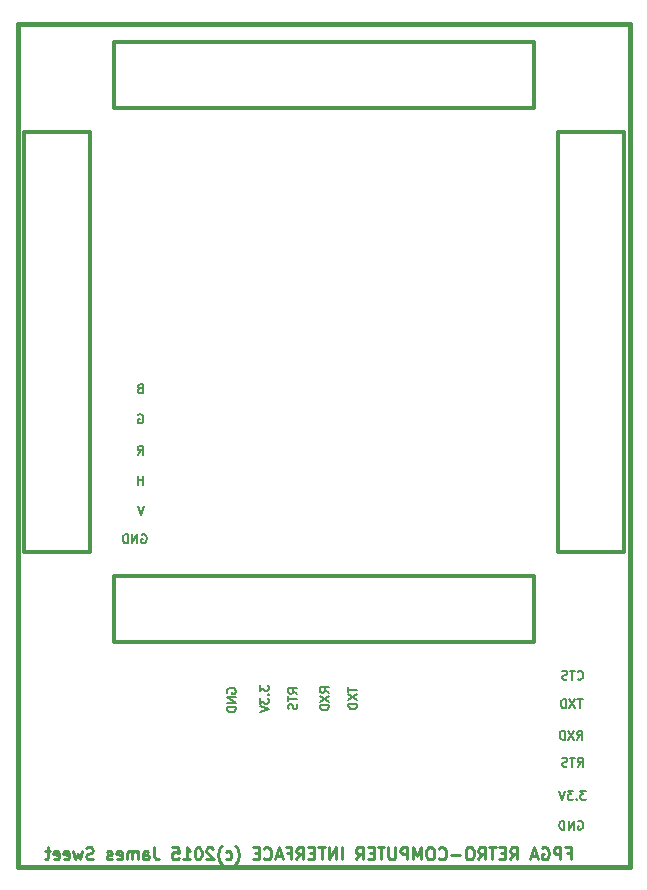
<source format=gbo>
G04 (created by PCBNEW (2013-07-07 BZR 4022)-stable) date 11/10/2018 5:54:12 PM*
%MOIN*%
G04 Gerber Fmt 3.4, Leading zero omitted, Abs format*
%FSLAX34Y34*%
G01*
G70*
G90*
G04 APERTURE LIST*
%ADD10C,0.00590551*%
%ADD11C,0.0075*%
%ADD12C,0.01*%
%ADD13C,0.015*%
%ADD14C,0.012*%
G04 APERTURE END LIST*
G54D10*
G54D11*
X56121Y-45521D02*
X56121Y-45692D01*
X56421Y-45607D02*
X56121Y-45607D01*
X56121Y-45764D02*
X56421Y-45964D01*
X56121Y-45964D02*
X56421Y-45764D01*
X56421Y-46078D02*
X56121Y-46078D01*
X56121Y-46150D01*
X56135Y-46192D01*
X56164Y-46221D01*
X56192Y-46235D01*
X56250Y-46250D01*
X56292Y-46250D01*
X56350Y-46235D01*
X56378Y-46221D01*
X56407Y-46192D01*
X56421Y-46150D01*
X56421Y-46078D01*
X55471Y-45700D02*
X55328Y-45600D01*
X55471Y-45528D02*
X55171Y-45528D01*
X55171Y-45642D01*
X55185Y-45671D01*
X55200Y-45685D01*
X55228Y-45700D01*
X55271Y-45700D01*
X55300Y-45685D01*
X55314Y-45671D01*
X55328Y-45642D01*
X55328Y-45528D01*
X55171Y-45800D02*
X55471Y-46000D01*
X55171Y-46000D02*
X55471Y-45800D01*
X55471Y-46114D02*
X55171Y-46114D01*
X55171Y-46185D01*
X55185Y-46228D01*
X55214Y-46257D01*
X55242Y-46271D01*
X55300Y-46285D01*
X55342Y-46285D01*
X55400Y-46271D01*
X55428Y-46257D01*
X55457Y-46228D01*
X55471Y-46185D01*
X55471Y-46114D01*
X54421Y-45735D02*
X54278Y-45635D01*
X54421Y-45564D02*
X54121Y-45564D01*
X54121Y-45678D01*
X54135Y-45707D01*
X54150Y-45721D01*
X54178Y-45735D01*
X54221Y-45735D01*
X54250Y-45721D01*
X54264Y-45707D01*
X54278Y-45678D01*
X54278Y-45564D01*
X54121Y-45821D02*
X54121Y-45992D01*
X54421Y-45907D02*
X54121Y-45907D01*
X54407Y-46078D02*
X54421Y-46121D01*
X54421Y-46192D01*
X54407Y-46221D01*
X54392Y-46235D01*
X54364Y-46250D01*
X54335Y-46250D01*
X54307Y-46235D01*
X54292Y-46221D01*
X54278Y-46192D01*
X54264Y-46135D01*
X54250Y-46107D01*
X54235Y-46092D01*
X54207Y-46078D01*
X54178Y-46078D01*
X54150Y-46092D01*
X54135Y-46107D01*
X54121Y-46135D01*
X54121Y-46207D01*
X54135Y-46250D01*
X53171Y-45457D02*
X53171Y-45642D01*
X53285Y-45542D01*
X53285Y-45585D01*
X53300Y-45614D01*
X53314Y-45628D01*
X53342Y-45642D01*
X53414Y-45642D01*
X53442Y-45628D01*
X53457Y-45614D01*
X53471Y-45585D01*
X53471Y-45500D01*
X53457Y-45471D01*
X53442Y-45457D01*
X53442Y-45771D02*
X53457Y-45785D01*
X53471Y-45771D01*
X53457Y-45757D01*
X53442Y-45771D01*
X53471Y-45771D01*
X53171Y-45885D02*
X53171Y-46071D01*
X53285Y-45971D01*
X53285Y-46014D01*
X53300Y-46042D01*
X53314Y-46057D01*
X53342Y-46071D01*
X53414Y-46071D01*
X53442Y-46057D01*
X53457Y-46042D01*
X53471Y-46014D01*
X53471Y-45928D01*
X53457Y-45900D01*
X53442Y-45885D01*
X53171Y-46157D02*
X53471Y-46257D01*
X53171Y-46357D01*
X52085Y-45721D02*
X52071Y-45692D01*
X52071Y-45650D01*
X52085Y-45607D01*
X52114Y-45578D01*
X52142Y-45564D01*
X52200Y-45550D01*
X52242Y-45550D01*
X52300Y-45564D01*
X52328Y-45578D01*
X52357Y-45607D01*
X52371Y-45650D01*
X52371Y-45678D01*
X52357Y-45721D01*
X52342Y-45735D01*
X52242Y-45735D01*
X52242Y-45678D01*
X52371Y-45864D02*
X52071Y-45864D01*
X52371Y-46035D01*
X52071Y-46035D01*
X52371Y-46178D02*
X52071Y-46178D01*
X52071Y-46250D01*
X52085Y-46292D01*
X52114Y-46321D01*
X52142Y-46335D01*
X52200Y-46350D01*
X52242Y-46350D01*
X52300Y-46335D01*
X52328Y-46321D01*
X52357Y-46292D01*
X52371Y-46250D01*
X52371Y-46178D01*
X63764Y-45242D02*
X63778Y-45257D01*
X63821Y-45271D01*
X63849Y-45271D01*
X63892Y-45257D01*
X63921Y-45228D01*
X63935Y-45200D01*
X63949Y-45142D01*
X63949Y-45100D01*
X63935Y-45042D01*
X63921Y-45014D01*
X63892Y-44985D01*
X63849Y-44971D01*
X63821Y-44971D01*
X63778Y-44985D01*
X63764Y-45000D01*
X63678Y-44971D02*
X63507Y-44971D01*
X63592Y-45271D02*
X63592Y-44971D01*
X63421Y-45257D02*
X63378Y-45271D01*
X63307Y-45271D01*
X63278Y-45257D01*
X63264Y-45242D01*
X63250Y-45214D01*
X63250Y-45185D01*
X63264Y-45157D01*
X63278Y-45142D01*
X63307Y-45128D01*
X63364Y-45114D01*
X63392Y-45100D01*
X63407Y-45085D01*
X63421Y-45057D01*
X63421Y-45028D01*
X63407Y-45000D01*
X63392Y-44985D01*
X63364Y-44971D01*
X63292Y-44971D01*
X63250Y-44985D01*
X63928Y-45921D02*
X63757Y-45921D01*
X63842Y-46221D02*
X63842Y-45921D01*
X63685Y-45921D02*
X63485Y-46221D01*
X63485Y-45921D02*
X63685Y-46221D01*
X63371Y-46221D02*
X63371Y-45921D01*
X63300Y-45921D01*
X63257Y-45935D01*
X63228Y-45964D01*
X63214Y-45992D01*
X63200Y-46050D01*
X63200Y-46092D01*
X63214Y-46150D01*
X63228Y-46178D01*
X63257Y-46207D01*
X63300Y-46221D01*
X63371Y-46221D01*
X63750Y-47271D02*
X63850Y-47128D01*
X63921Y-47271D02*
X63921Y-46971D01*
X63807Y-46971D01*
X63778Y-46985D01*
X63764Y-47000D01*
X63750Y-47028D01*
X63750Y-47071D01*
X63764Y-47100D01*
X63778Y-47114D01*
X63807Y-47128D01*
X63921Y-47128D01*
X63650Y-46971D02*
X63450Y-47271D01*
X63450Y-46971D02*
X63650Y-47271D01*
X63335Y-47271D02*
X63335Y-46971D01*
X63264Y-46971D01*
X63221Y-46985D01*
X63192Y-47014D01*
X63178Y-47042D01*
X63164Y-47100D01*
X63164Y-47142D01*
X63178Y-47200D01*
X63192Y-47228D01*
X63221Y-47257D01*
X63264Y-47271D01*
X63335Y-47271D01*
X63764Y-48171D02*
X63864Y-48028D01*
X63935Y-48171D02*
X63935Y-47871D01*
X63821Y-47871D01*
X63792Y-47885D01*
X63778Y-47900D01*
X63764Y-47928D01*
X63764Y-47971D01*
X63778Y-48000D01*
X63792Y-48014D01*
X63821Y-48028D01*
X63935Y-48028D01*
X63678Y-47871D02*
X63507Y-47871D01*
X63592Y-48171D02*
X63592Y-47871D01*
X63421Y-48157D02*
X63378Y-48171D01*
X63307Y-48171D01*
X63278Y-48157D01*
X63264Y-48142D01*
X63250Y-48114D01*
X63250Y-48085D01*
X63264Y-48057D01*
X63278Y-48042D01*
X63307Y-48028D01*
X63364Y-48014D01*
X63392Y-48000D01*
X63407Y-47985D01*
X63421Y-47957D01*
X63421Y-47928D01*
X63407Y-47900D01*
X63392Y-47885D01*
X63364Y-47871D01*
X63292Y-47871D01*
X63250Y-47885D01*
X64042Y-48971D02*
X63857Y-48971D01*
X63957Y-49085D01*
X63914Y-49085D01*
X63885Y-49100D01*
X63871Y-49114D01*
X63857Y-49142D01*
X63857Y-49214D01*
X63871Y-49242D01*
X63885Y-49257D01*
X63914Y-49271D01*
X64000Y-49271D01*
X64028Y-49257D01*
X64042Y-49242D01*
X63728Y-49242D02*
X63714Y-49257D01*
X63728Y-49271D01*
X63742Y-49257D01*
X63728Y-49242D01*
X63728Y-49271D01*
X63614Y-48971D02*
X63428Y-48971D01*
X63528Y-49085D01*
X63485Y-49085D01*
X63457Y-49100D01*
X63442Y-49114D01*
X63428Y-49142D01*
X63428Y-49214D01*
X63442Y-49242D01*
X63457Y-49257D01*
X63485Y-49271D01*
X63571Y-49271D01*
X63600Y-49257D01*
X63614Y-49242D01*
X63342Y-48971D02*
X63242Y-49271D01*
X63142Y-48971D01*
X63778Y-49985D02*
X63807Y-49971D01*
X63850Y-49971D01*
X63892Y-49985D01*
X63921Y-50014D01*
X63935Y-50042D01*
X63950Y-50100D01*
X63950Y-50142D01*
X63935Y-50200D01*
X63921Y-50228D01*
X63892Y-50257D01*
X63850Y-50271D01*
X63821Y-50271D01*
X63778Y-50257D01*
X63764Y-50242D01*
X63764Y-50142D01*
X63821Y-50142D01*
X63635Y-50271D02*
X63635Y-49971D01*
X63464Y-50271D01*
X63464Y-49971D01*
X63321Y-50271D02*
X63321Y-49971D01*
X63250Y-49971D01*
X63207Y-49985D01*
X63178Y-50014D01*
X63164Y-50042D01*
X63150Y-50100D01*
X63150Y-50142D01*
X63164Y-50200D01*
X63178Y-50228D01*
X63207Y-50257D01*
X63250Y-50271D01*
X63321Y-50271D01*
G54D12*
X63399Y-51052D02*
X63533Y-51052D01*
X63533Y-51261D02*
X63533Y-50861D01*
X63342Y-50861D01*
X63190Y-51261D02*
X63190Y-50861D01*
X63038Y-50861D01*
X62999Y-50880D01*
X62980Y-50900D01*
X62961Y-50938D01*
X62961Y-50995D01*
X62980Y-51033D01*
X62999Y-51052D01*
X63038Y-51071D01*
X63190Y-51071D01*
X62580Y-50880D02*
X62619Y-50861D01*
X62676Y-50861D01*
X62733Y-50880D01*
X62771Y-50919D01*
X62790Y-50957D01*
X62809Y-51033D01*
X62809Y-51090D01*
X62790Y-51166D01*
X62771Y-51204D01*
X62733Y-51242D01*
X62676Y-51261D01*
X62638Y-51261D01*
X62580Y-51242D01*
X62561Y-51223D01*
X62561Y-51090D01*
X62638Y-51090D01*
X62409Y-51147D02*
X62219Y-51147D01*
X62447Y-51261D02*
X62314Y-50861D01*
X62180Y-51261D01*
X61514Y-51261D02*
X61647Y-51071D01*
X61742Y-51261D02*
X61742Y-50861D01*
X61590Y-50861D01*
X61552Y-50880D01*
X61533Y-50900D01*
X61514Y-50938D01*
X61514Y-50995D01*
X61533Y-51033D01*
X61552Y-51052D01*
X61590Y-51071D01*
X61742Y-51071D01*
X61342Y-51052D02*
X61209Y-51052D01*
X61152Y-51261D02*
X61342Y-51261D01*
X61342Y-50861D01*
X61152Y-50861D01*
X61038Y-50861D02*
X60809Y-50861D01*
X60923Y-51261D02*
X60923Y-50861D01*
X60447Y-51261D02*
X60580Y-51071D01*
X60676Y-51261D02*
X60676Y-50861D01*
X60523Y-50861D01*
X60485Y-50880D01*
X60466Y-50900D01*
X60447Y-50938D01*
X60447Y-50995D01*
X60466Y-51033D01*
X60485Y-51052D01*
X60523Y-51071D01*
X60676Y-51071D01*
X60199Y-50861D02*
X60123Y-50861D01*
X60085Y-50880D01*
X60047Y-50919D01*
X60028Y-50995D01*
X60028Y-51128D01*
X60047Y-51204D01*
X60085Y-51242D01*
X60123Y-51261D01*
X60199Y-51261D01*
X60238Y-51242D01*
X60276Y-51204D01*
X60295Y-51128D01*
X60295Y-50995D01*
X60276Y-50919D01*
X60238Y-50880D01*
X60199Y-50861D01*
X59857Y-51109D02*
X59552Y-51109D01*
X59133Y-51223D02*
X59152Y-51242D01*
X59209Y-51261D01*
X59247Y-51261D01*
X59304Y-51242D01*
X59342Y-51204D01*
X59361Y-51166D01*
X59380Y-51090D01*
X59380Y-51033D01*
X59361Y-50957D01*
X59342Y-50919D01*
X59304Y-50880D01*
X59247Y-50861D01*
X59209Y-50861D01*
X59152Y-50880D01*
X59133Y-50900D01*
X58885Y-50861D02*
X58809Y-50861D01*
X58771Y-50880D01*
X58733Y-50919D01*
X58714Y-50995D01*
X58714Y-51128D01*
X58733Y-51204D01*
X58771Y-51242D01*
X58809Y-51261D01*
X58885Y-51261D01*
X58923Y-51242D01*
X58961Y-51204D01*
X58980Y-51128D01*
X58980Y-50995D01*
X58961Y-50919D01*
X58923Y-50880D01*
X58885Y-50861D01*
X58542Y-51261D02*
X58542Y-50861D01*
X58409Y-51147D01*
X58276Y-50861D01*
X58276Y-51261D01*
X58085Y-51261D02*
X58085Y-50861D01*
X57933Y-50861D01*
X57895Y-50880D01*
X57876Y-50900D01*
X57857Y-50938D01*
X57857Y-50995D01*
X57876Y-51033D01*
X57895Y-51052D01*
X57933Y-51071D01*
X58085Y-51071D01*
X57685Y-50861D02*
X57685Y-51185D01*
X57666Y-51223D01*
X57647Y-51242D01*
X57609Y-51261D01*
X57533Y-51261D01*
X57495Y-51242D01*
X57476Y-51223D01*
X57457Y-51185D01*
X57457Y-50861D01*
X57323Y-50861D02*
X57095Y-50861D01*
X57209Y-51261D02*
X57209Y-50861D01*
X56961Y-51052D02*
X56828Y-51052D01*
X56771Y-51261D02*
X56961Y-51261D01*
X56961Y-50861D01*
X56771Y-50861D01*
X56371Y-51261D02*
X56504Y-51071D01*
X56599Y-51261D02*
X56599Y-50861D01*
X56447Y-50861D01*
X56409Y-50880D01*
X56390Y-50900D01*
X56371Y-50938D01*
X56371Y-50995D01*
X56390Y-51033D01*
X56409Y-51052D01*
X56447Y-51071D01*
X56599Y-51071D01*
X55895Y-51261D02*
X55895Y-50861D01*
X55704Y-51261D02*
X55704Y-50861D01*
X55476Y-51261D01*
X55476Y-50861D01*
X55342Y-50861D02*
X55114Y-50861D01*
X55228Y-51261D02*
X55228Y-50861D01*
X54980Y-51052D02*
X54847Y-51052D01*
X54790Y-51261D02*
X54980Y-51261D01*
X54980Y-50861D01*
X54790Y-50861D01*
X54390Y-51261D02*
X54523Y-51071D01*
X54619Y-51261D02*
X54619Y-50861D01*
X54466Y-50861D01*
X54428Y-50880D01*
X54409Y-50900D01*
X54390Y-50938D01*
X54390Y-50995D01*
X54409Y-51033D01*
X54428Y-51052D01*
X54466Y-51071D01*
X54619Y-51071D01*
X54085Y-51052D02*
X54219Y-51052D01*
X54219Y-51261D02*
X54219Y-50861D01*
X54028Y-50861D01*
X53895Y-51147D02*
X53704Y-51147D01*
X53933Y-51261D02*
X53799Y-50861D01*
X53666Y-51261D01*
X53304Y-51223D02*
X53323Y-51242D01*
X53380Y-51261D01*
X53419Y-51261D01*
X53476Y-51242D01*
X53514Y-51204D01*
X53533Y-51166D01*
X53552Y-51090D01*
X53552Y-51033D01*
X53533Y-50957D01*
X53514Y-50919D01*
X53476Y-50880D01*
X53419Y-50861D01*
X53380Y-50861D01*
X53323Y-50880D01*
X53304Y-50900D01*
X53133Y-51052D02*
X52999Y-51052D01*
X52942Y-51261D02*
X53133Y-51261D01*
X53133Y-50861D01*
X52942Y-50861D01*
X52352Y-51414D02*
X52371Y-51395D01*
X52409Y-51338D01*
X52428Y-51300D01*
X52447Y-51242D01*
X52466Y-51147D01*
X52466Y-51071D01*
X52447Y-50976D01*
X52428Y-50919D01*
X52409Y-50880D01*
X52371Y-50823D01*
X52352Y-50804D01*
X52028Y-51242D02*
X52066Y-51261D01*
X52142Y-51261D01*
X52180Y-51242D01*
X52199Y-51223D01*
X52219Y-51185D01*
X52219Y-51071D01*
X52199Y-51033D01*
X52180Y-51014D01*
X52142Y-50995D01*
X52066Y-50995D01*
X52028Y-51014D01*
X51895Y-51414D02*
X51876Y-51395D01*
X51838Y-51338D01*
X51819Y-51300D01*
X51799Y-51242D01*
X51780Y-51147D01*
X51780Y-51071D01*
X51799Y-50976D01*
X51819Y-50919D01*
X51838Y-50880D01*
X51876Y-50823D01*
X51895Y-50804D01*
X51609Y-50900D02*
X51590Y-50880D01*
X51552Y-50861D01*
X51457Y-50861D01*
X51419Y-50880D01*
X51400Y-50900D01*
X51380Y-50938D01*
X51380Y-50976D01*
X51400Y-51033D01*
X51628Y-51261D01*
X51380Y-51261D01*
X51133Y-50861D02*
X51095Y-50861D01*
X51057Y-50880D01*
X51038Y-50900D01*
X51019Y-50938D01*
X51000Y-51014D01*
X51000Y-51109D01*
X51019Y-51185D01*
X51038Y-51223D01*
X51057Y-51242D01*
X51095Y-51261D01*
X51133Y-51261D01*
X51171Y-51242D01*
X51190Y-51223D01*
X51209Y-51185D01*
X51228Y-51109D01*
X51228Y-51014D01*
X51209Y-50938D01*
X51190Y-50900D01*
X51171Y-50880D01*
X51133Y-50861D01*
X50619Y-51261D02*
X50847Y-51261D01*
X50733Y-51261D02*
X50733Y-50861D01*
X50771Y-50919D01*
X50809Y-50957D01*
X50847Y-50976D01*
X50257Y-50861D02*
X50447Y-50861D01*
X50466Y-51052D01*
X50447Y-51033D01*
X50409Y-51014D01*
X50314Y-51014D01*
X50276Y-51033D01*
X50257Y-51052D01*
X50238Y-51090D01*
X50238Y-51185D01*
X50257Y-51223D01*
X50276Y-51242D01*
X50314Y-51261D01*
X50409Y-51261D01*
X50447Y-51242D01*
X50466Y-51223D01*
X49647Y-50861D02*
X49647Y-51147D01*
X49666Y-51204D01*
X49704Y-51242D01*
X49761Y-51261D01*
X49800Y-51261D01*
X49285Y-51261D02*
X49285Y-51052D01*
X49304Y-51014D01*
X49342Y-50995D01*
X49419Y-50995D01*
X49457Y-51014D01*
X49285Y-51242D02*
X49323Y-51261D01*
X49419Y-51261D01*
X49457Y-51242D01*
X49476Y-51204D01*
X49476Y-51166D01*
X49457Y-51128D01*
X49419Y-51109D01*
X49323Y-51109D01*
X49285Y-51090D01*
X49095Y-51261D02*
X49095Y-50995D01*
X49095Y-51033D02*
X49076Y-51014D01*
X49038Y-50995D01*
X48980Y-50995D01*
X48942Y-51014D01*
X48923Y-51052D01*
X48923Y-51261D01*
X48923Y-51052D02*
X48904Y-51014D01*
X48866Y-50995D01*
X48809Y-50995D01*
X48771Y-51014D01*
X48752Y-51052D01*
X48752Y-51261D01*
X48409Y-51242D02*
X48447Y-51261D01*
X48523Y-51261D01*
X48561Y-51242D01*
X48580Y-51204D01*
X48580Y-51052D01*
X48561Y-51014D01*
X48523Y-50995D01*
X48447Y-50995D01*
X48409Y-51014D01*
X48390Y-51052D01*
X48390Y-51090D01*
X48580Y-51128D01*
X48238Y-51242D02*
X48200Y-51261D01*
X48123Y-51261D01*
X48085Y-51242D01*
X48066Y-51204D01*
X48066Y-51185D01*
X48085Y-51147D01*
X48123Y-51128D01*
X48180Y-51128D01*
X48219Y-51109D01*
X48238Y-51071D01*
X48238Y-51052D01*
X48219Y-51014D01*
X48180Y-50995D01*
X48123Y-50995D01*
X48085Y-51014D01*
X47609Y-51242D02*
X47552Y-51261D01*
X47457Y-51261D01*
X47419Y-51242D01*
X47400Y-51223D01*
X47380Y-51185D01*
X47380Y-51147D01*
X47400Y-51109D01*
X47419Y-51090D01*
X47457Y-51071D01*
X47533Y-51052D01*
X47571Y-51033D01*
X47590Y-51014D01*
X47609Y-50976D01*
X47609Y-50938D01*
X47590Y-50900D01*
X47571Y-50880D01*
X47533Y-50861D01*
X47438Y-50861D01*
X47380Y-50880D01*
X47247Y-50995D02*
X47171Y-51261D01*
X47095Y-51071D01*
X47019Y-51261D01*
X46942Y-50995D01*
X46638Y-51242D02*
X46676Y-51261D01*
X46752Y-51261D01*
X46790Y-51242D01*
X46809Y-51204D01*
X46809Y-51052D01*
X46790Y-51014D01*
X46752Y-50995D01*
X46676Y-50995D01*
X46638Y-51014D01*
X46619Y-51052D01*
X46619Y-51090D01*
X46809Y-51128D01*
X46295Y-51242D02*
X46333Y-51261D01*
X46409Y-51261D01*
X46447Y-51242D01*
X46466Y-51204D01*
X46466Y-51052D01*
X46447Y-51014D01*
X46409Y-50995D01*
X46333Y-50995D01*
X46295Y-51014D01*
X46276Y-51052D01*
X46276Y-51090D01*
X46466Y-51128D01*
X46161Y-50995D02*
X46009Y-50995D01*
X46104Y-50861D02*
X46104Y-51204D01*
X46085Y-51242D01*
X46047Y-51261D01*
X46009Y-51261D01*
G54D11*
X49178Y-35564D02*
X49135Y-35578D01*
X49121Y-35592D01*
X49107Y-35621D01*
X49107Y-35664D01*
X49121Y-35692D01*
X49135Y-35707D01*
X49164Y-35721D01*
X49278Y-35721D01*
X49278Y-35421D01*
X49178Y-35421D01*
X49150Y-35435D01*
X49135Y-35450D01*
X49121Y-35478D01*
X49121Y-35507D01*
X49135Y-35535D01*
X49150Y-35550D01*
X49178Y-35564D01*
X49278Y-35564D01*
X49121Y-36435D02*
X49150Y-36421D01*
X49192Y-36421D01*
X49235Y-36435D01*
X49264Y-36464D01*
X49278Y-36492D01*
X49292Y-36550D01*
X49292Y-36592D01*
X49278Y-36650D01*
X49264Y-36678D01*
X49235Y-36707D01*
X49192Y-36721D01*
X49164Y-36721D01*
X49121Y-36707D01*
X49107Y-36692D01*
X49107Y-36592D01*
X49164Y-36592D01*
X49107Y-37771D02*
X49207Y-37628D01*
X49278Y-37771D02*
X49278Y-37471D01*
X49164Y-37471D01*
X49135Y-37485D01*
X49121Y-37500D01*
X49107Y-37528D01*
X49107Y-37571D01*
X49121Y-37600D01*
X49135Y-37614D01*
X49164Y-37628D01*
X49278Y-37628D01*
X49285Y-38771D02*
X49285Y-38471D01*
X49285Y-38614D02*
X49114Y-38614D01*
X49114Y-38771D02*
X49114Y-38471D01*
X49300Y-39471D02*
X49200Y-39771D01*
X49100Y-39471D01*
X49228Y-40435D02*
X49257Y-40421D01*
X49300Y-40421D01*
X49342Y-40435D01*
X49371Y-40464D01*
X49385Y-40492D01*
X49400Y-40550D01*
X49400Y-40592D01*
X49385Y-40650D01*
X49371Y-40678D01*
X49342Y-40707D01*
X49300Y-40721D01*
X49271Y-40721D01*
X49228Y-40707D01*
X49214Y-40692D01*
X49214Y-40592D01*
X49271Y-40592D01*
X49085Y-40721D02*
X49085Y-40421D01*
X48914Y-40721D01*
X48914Y-40421D01*
X48771Y-40721D02*
X48771Y-40421D01*
X48700Y-40421D01*
X48657Y-40435D01*
X48628Y-40464D01*
X48614Y-40492D01*
X48600Y-40550D01*
X48600Y-40592D01*
X48614Y-40650D01*
X48628Y-40678D01*
X48657Y-40707D01*
X48700Y-40721D01*
X48771Y-40721D01*
G54D13*
X45100Y-51500D02*
X45100Y-23400D01*
X65500Y-51500D02*
X45100Y-51500D01*
X65500Y-23400D02*
X65500Y-51500D01*
X45100Y-23400D02*
X65500Y-23400D01*
G54D14*
X47500Y-27000D02*
X45300Y-27000D01*
X47500Y-41000D02*
X45300Y-41000D01*
X47500Y-41000D02*
X47500Y-27000D01*
X45300Y-41000D02*
X45300Y-27000D01*
X65300Y-27000D02*
X65300Y-41000D01*
X63100Y-27000D02*
X63100Y-41000D01*
X63100Y-27000D02*
X65300Y-27000D01*
X63100Y-41000D02*
X65300Y-41000D01*
X62300Y-26200D02*
X62300Y-24000D01*
X48300Y-26200D02*
X48300Y-24000D01*
X48300Y-26200D02*
X62300Y-26200D01*
X48300Y-24000D02*
X62300Y-24000D01*
X62300Y-44000D02*
X48300Y-44000D01*
X62300Y-41800D02*
X48300Y-41800D01*
X62300Y-41800D02*
X62300Y-44000D01*
X48300Y-41800D02*
X48300Y-44000D01*
M02*

</source>
